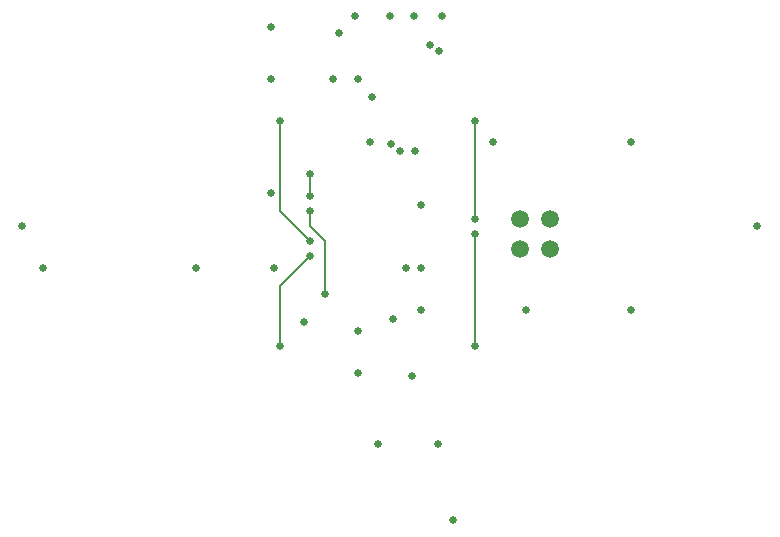
<source format=gbr>
G04 EAGLE Gerber X2 export*
%TF.Part,Single*%
%TF.FileFunction,Copper,L3,Inr,Mixed*%
%TF.FilePolarity,Positive*%
%TF.GenerationSoftware,Autodesk,EAGLE,8.6.0*%
%TF.CreationDate,2018-05-27T13:35:38Z*%
G75*
%MOMM*%
%FSLAX34Y34*%
%LPD*%
%AMOC8*
5,1,8,0,0,1.08239X$1,22.5*%
G01*
%ADD10C,0.654800*%
%ADD11C,1.500000*%
%ADD12C,0.152400*%


D10*
X381000Y509457D03*
X336550Y171450D03*
X388620Y504455D03*
X387350Y171450D03*
X320040Y231140D03*
X373380Y284480D03*
X400050Y106680D03*
X373380Y320040D03*
X53340Y320040D03*
X248920Y320040D03*
X320040Y266700D03*
X320040Y480060D03*
X330200Y426720D03*
D11*
X482600Y336550D03*
D10*
X373380Y373380D03*
X391160Y533400D03*
X462280Y284480D03*
X303530Y519459D03*
X346445Y533400D03*
X331470Y464820D03*
X367056Y533400D03*
X347980Y425450D03*
X349230Y276880D03*
X298450Y480060D03*
X317500Y533400D03*
X246380Y524510D03*
X246380Y480060D03*
D11*
X457200Y336550D03*
D10*
X246154Y383540D03*
X279400Y381000D03*
D12*
X279400Y400050D01*
D10*
X279400Y400050D03*
X419100Y361950D03*
D12*
X419100Y444500D01*
D10*
X419100Y444500D03*
X279400Y342900D03*
D12*
X254000Y368300D01*
X254000Y444500D01*
D10*
X254000Y444500D03*
X279400Y330200D03*
D12*
X254000Y304800D01*
X254000Y254000D01*
D10*
X254000Y254000D03*
X279400Y368300D03*
D12*
X279400Y355600D01*
X292100Y342900D01*
X292100Y298450D01*
D10*
X292100Y298450D03*
X419100Y349250D03*
D12*
X419100Y254000D01*
D10*
X419100Y254000D03*
X355600Y419100D03*
X368300Y419100D03*
D11*
X457200Y361950D03*
X482600Y361950D03*
D10*
X360680Y320040D03*
X182880Y320040D03*
X551180Y284480D03*
X551180Y426720D03*
X274320Y274320D03*
X434340Y426720D03*
X657860Y355600D03*
X35560Y355600D03*
X365760Y228600D03*
M02*

</source>
